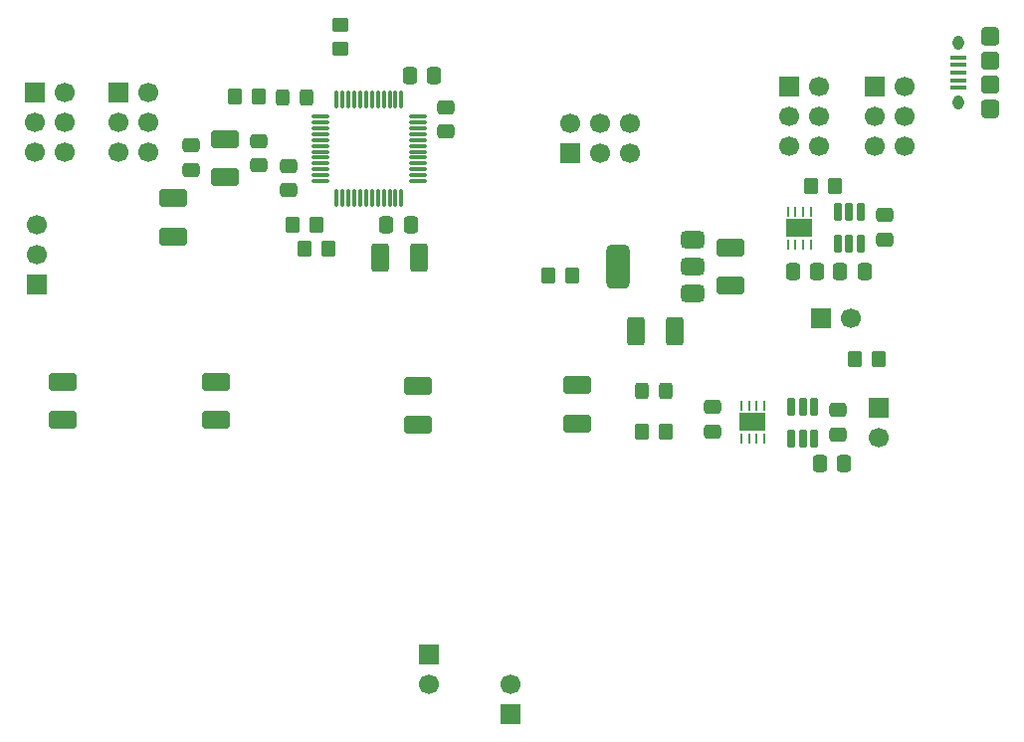
<source format=gbr>
%TF.GenerationSoftware,KiCad,Pcbnew,9.0.5*%
%TF.CreationDate,2025-10-26T18:07:55+01:00*%
%TF.ProjectId,MiniSumoSTM,4d696e69-5375-46d6-9f53-544d2e6b6963,rev?*%
%TF.SameCoordinates,Original*%
%TF.FileFunction,Soldermask,Top*%
%TF.FilePolarity,Negative*%
%FSLAX46Y46*%
G04 Gerber Fmt 4.6, Leading zero omitted, Abs format (unit mm)*
G04 Created by KiCad (PCBNEW 9.0.5) date 2025-10-26 18:07:55*
%MOMM*%
%LPD*%
G01*
G04 APERTURE LIST*
G04 Aperture macros list*
%AMRoundRect*
0 Rectangle with rounded corners*
0 $1 Rounding radius*
0 $2 $3 $4 $5 $6 $7 $8 $9 X,Y pos of 4 corners*
0 Add a 4 corners polygon primitive as box body*
4,1,4,$2,$3,$4,$5,$6,$7,$8,$9,$2,$3,0*
0 Add four circle primitives for the rounded corners*
1,1,$1+$1,$2,$3*
1,1,$1+$1,$4,$5*
1,1,$1+$1,$6,$7*
1,1,$1+$1,$8,$9*
0 Add four rect primitives between the rounded corners*
20,1,$1+$1,$2,$3,$4,$5,0*
20,1,$1+$1,$4,$5,$6,$7,0*
20,1,$1+$1,$6,$7,$8,$9,0*
20,1,$1+$1,$8,$9,$2,$3,0*%
G04 Aperture macros list end*
%ADD10RoundRect,0.062500X-0.062500X0.387500X-0.062500X-0.387500X0.062500X-0.387500X0.062500X0.387500X0*%
%ADD11R,2.250000X1.500000*%
%ADD12RoundRect,0.062500X0.062500X-0.387500X0.062500X0.387500X-0.062500X0.387500X-0.062500X-0.387500X0*%
%ADD13RoundRect,0.250000X0.475000X-0.337500X0.475000X0.337500X-0.475000X0.337500X-0.475000X-0.337500X0*%
%ADD14O,1.550000X0.890000*%
%ADD15RoundRect,0.250000X0.525000X-0.475000X0.525000X0.475000X-0.525000X0.475000X-0.525000X-0.475000X0*%
%ADD16O,0.950000X1.250000*%
%ADD17RoundRect,0.250000X0.525000X-0.500000X0.525000X0.500000X-0.525000X0.500000X-0.525000X-0.500000X0*%
%ADD18RoundRect,0.100000X0.575000X-0.100000X0.575000X0.100000X-0.575000X0.100000X-0.575000X-0.100000X0*%
%ADD19R,1.700000X1.700000*%
%ADD20C,1.700000*%
%ADD21RoundRect,0.250001X-0.507499X-0.944999X0.507499X-0.944999X0.507499X0.944999X-0.507499X0.944999X0*%
%ADD22RoundRect,0.250000X-0.475000X0.337500X-0.475000X-0.337500X0.475000X-0.337500X0.475000X0.337500X0*%
%ADD23RoundRect,0.250000X0.337500X0.475000X-0.337500X0.475000X-0.337500X-0.475000X0.337500X-0.475000X0*%
%ADD24RoundRect,0.250000X-0.337500X-0.475000X0.337500X-0.475000X0.337500X0.475000X-0.337500X0.475000X0*%
%ADD25RoundRect,0.250001X-0.944999X0.507499X-0.944999X-0.507499X0.944999X-0.507499X0.944999X0.507499X0*%
%ADD26RoundRect,0.250001X0.507499X0.944999X-0.507499X0.944999X-0.507499X-0.944999X0.507499X-0.944999X0*%
%ADD27RoundRect,0.250000X0.325000X0.450000X-0.325000X0.450000X-0.325000X-0.450000X0.325000X-0.450000X0*%
%ADD28RoundRect,0.250000X-0.325000X-0.450000X0.325000X-0.450000X0.325000X0.450000X-0.325000X0.450000X0*%
%ADD29RoundRect,0.250000X-0.350000X-0.450000X0.350000X-0.450000X0.350000X0.450000X-0.350000X0.450000X0*%
%ADD30RoundRect,0.250000X0.350000X0.450000X-0.350000X0.450000X-0.350000X-0.450000X0.350000X-0.450000X0*%
%ADD31RoundRect,0.250000X-0.450000X0.350000X-0.450000X-0.350000X0.450000X-0.350000X0.450000X0.350000X0*%
%ADD32RoundRect,0.162500X-0.162500X0.617500X-0.162500X-0.617500X0.162500X-0.617500X0.162500X0.617500X0*%
%ADD33RoundRect,0.375000X0.625000X0.375000X-0.625000X0.375000X-0.625000X-0.375000X0.625000X-0.375000X0*%
%ADD34RoundRect,0.500000X0.500000X1.400000X-0.500000X1.400000X-0.500000X-1.400000X0.500000X-1.400000X0*%
%ADD35RoundRect,0.075000X-0.662500X0.075000X-0.662500X-0.075000X0.662500X-0.075000X0.662500X0.075000X0*%
%ADD36RoundRect,0.075000X-0.075000X0.662500X-0.075000X-0.662500X0.075000X-0.662500X0.075000X0.662500X0*%
G04 APERTURE END LIST*
D10*
%TO.C,Q4*%
X180725000Y-83387500D03*
X180075000Y-83387500D03*
X179425000Y-83387500D03*
X178775000Y-83387500D03*
X178775000Y-86187500D03*
X179425000Y-86187500D03*
X180075000Y-86187500D03*
X180725000Y-86187500D03*
D11*
X179750000Y-84787500D03*
%TD*%
D12*
%TO.C,Q3*%
X174825000Y-102712500D03*
X175475000Y-102712500D03*
X176125000Y-102712500D03*
X176775000Y-102712500D03*
X176775000Y-99912500D03*
X176125000Y-99912500D03*
X175475000Y-99912500D03*
X174825000Y-99912500D03*
D11*
X175800000Y-101312500D03*
%TD*%
D13*
%TO.C,C25*%
X183050000Y-102387500D03*
X183050000Y-100312500D03*
%TD*%
D14*
%TO.C,J2*%
X196025000Y-68075000D03*
D15*
X196025000Y-68550000D03*
D16*
X193325000Y-69075000D03*
D17*
X196025000Y-70575000D03*
X196025000Y-72575000D03*
D16*
X193325000Y-74075000D03*
D15*
X196025000Y-74600000D03*
D14*
X196025000Y-75075000D03*
D18*
X193325000Y-70275000D03*
X193325000Y-70925000D03*
X193325000Y-71575000D03*
X193325000Y-72225000D03*
X193325000Y-72875000D03*
%TD*%
D19*
%TO.C,TF4*%
X121850000Y-73275000D03*
D20*
X124390000Y-73275000D03*
X121850000Y-75815000D03*
X124390000Y-75815000D03*
X121850000Y-78355000D03*
X124390000Y-78355000D03*
%TD*%
D19*
%TO.C,TF1*%
X178925000Y-72785000D03*
D20*
X181465000Y-72785000D03*
X178925000Y-75325000D03*
X181465000Y-75325000D03*
X178925000Y-77865000D03*
X181465000Y-77865000D03*
%TD*%
D19*
%TO.C,TF3*%
X114675000Y-73285000D03*
D20*
X117215000Y-73285000D03*
X114675000Y-75825000D03*
X117215000Y-75825000D03*
X114675000Y-78365000D03*
X117215000Y-78365000D03*
%TD*%
D19*
%TO.C,TF2*%
X186160000Y-72735000D03*
D20*
X188700000Y-72735000D03*
X186160000Y-75275000D03*
X188700000Y-75275000D03*
X186160000Y-77815000D03*
X188700000Y-77815000D03*
%TD*%
D19*
%TO.C,Sw_Pwr1*%
X181625000Y-92525000D03*
D20*
X184165000Y-92525000D03*
%TD*%
D19*
%TO.C,J10*%
X114900000Y-89600000D03*
D20*
X114900000Y-87060000D03*
X114900000Y-84520000D03*
%TD*%
D19*
%TO.C,J4*%
X160300000Y-78465000D03*
D20*
X160300000Y-75925000D03*
X162840000Y-78465000D03*
X162840000Y-75925000D03*
X165380000Y-78465000D03*
X165380000Y-75925000D03*
%TD*%
D19*
%TO.C,Batt_Pin1*%
X186475000Y-100100000D03*
D20*
X186475000Y-102640000D03*
%TD*%
D21*
%TO.C,C2*%
X169127500Y-93600000D03*
X165872500Y-93600000D03*
%TD*%
D22*
%TO.C,C6*%
X149650000Y-76600000D03*
X149650000Y-74525000D03*
%TD*%
D13*
%TO.C,C7*%
X136300000Y-79525000D03*
X136300000Y-81600000D03*
%TD*%
D23*
%TO.C,C8*%
X144612500Y-84562500D03*
X146687500Y-84562500D03*
%TD*%
D24*
%TO.C,C9*%
X148687500Y-71812500D03*
X146612500Y-71812500D03*
%TD*%
D25*
%TO.C,C11*%
X160850000Y-101427500D03*
X160850000Y-98172500D03*
%TD*%
%TO.C,C13*%
X173900000Y-89727500D03*
X173900000Y-86472500D03*
%TD*%
%TO.C,C14*%
X147350000Y-101527500D03*
X147350000Y-98272500D03*
%TD*%
%TO.C,C16*%
X117125000Y-101152500D03*
X117125000Y-97897500D03*
%TD*%
%TO.C,C18*%
X130150000Y-101152500D03*
X130150000Y-97897500D03*
%TD*%
D26*
%TO.C,C20*%
X144122500Y-87362500D03*
X147377500Y-87362500D03*
%TD*%
D24*
%TO.C,C21*%
X181287500Y-88500000D03*
X179212500Y-88500000D03*
%TD*%
D13*
%TO.C,C22*%
X187000000Y-83712500D03*
X187000000Y-85787500D03*
%TD*%
D23*
%TO.C,C23*%
X183212500Y-88500000D03*
X185287500Y-88500000D03*
%TD*%
D24*
%TO.C,C24*%
X183587500Y-104850000D03*
X181512500Y-104850000D03*
%TD*%
D22*
%TO.C,C26*%
X172400000Y-102137500D03*
X172400000Y-100062500D03*
%TD*%
%TO.C,C27*%
X133750000Y-79487500D03*
X133750000Y-77412500D03*
%TD*%
D25*
%TO.C,C28*%
X130900000Y-80502500D03*
X130900000Y-77247500D03*
%TD*%
%TO.C,C29*%
X126500000Y-85527500D03*
X126500000Y-82272500D03*
%TD*%
D27*
%TO.C,D1*%
X166375000Y-98700000D03*
X168425000Y-98700000D03*
%TD*%
D28*
%TO.C,D2*%
X137850000Y-73650000D03*
X135800000Y-73650000D03*
%TD*%
D22*
%TO.C,FB1*%
X128000000Y-79862500D03*
X128000000Y-77787500D03*
%TD*%
D20*
%TO.C,M1*%
X155150000Y-123660000D03*
D19*
X155150000Y-126200000D03*
%TD*%
D20*
%TO.C,M2*%
X148275000Y-123640000D03*
D19*
X148275000Y-121100000D03*
%TD*%
D29*
%TO.C,R9*%
X138650000Y-84500000D03*
X136650000Y-84500000D03*
%TD*%
D30*
%TO.C,R10*%
X180750000Y-81250000D03*
X182750000Y-81250000D03*
%TD*%
D29*
%TO.C,R11*%
X186500000Y-96000000D03*
X184500000Y-96000000D03*
%TD*%
%TO.C,R12*%
X139700000Y-86600000D03*
X137700000Y-86600000D03*
%TD*%
D30*
%TO.C,R13*%
X166400000Y-102100000D03*
X168400000Y-102100000D03*
%TD*%
%TO.C,R14*%
X131725000Y-73625000D03*
X133725000Y-73625000D03*
%TD*%
D31*
%TO.C,R15*%
X140700000Y-69500000D03*
X140700000Y-67500000D03*
%TD*%
D30*
%TO.C,R17*%
X158425000Y-88825000D03*
X160425000Y-88825000D03*
%TD*%
D32*
%TO.C,U7*%
X181000000Y-102700000D03*
X180050000Y-102700000D03*
X179100000Y-102700000D03*
X179100000Y-100000000D03*
X180050000Y-100000000D03*
X181000000Y-100000000D03*
%TD*%
D33*
%TO.C,U11*%
X170650000Y-85800000D03*
D34*
X164350000Y-88100000D03*
D33*
X170650000Y-88100000D03*
X170650000Y-90400000D03*
%TD*%
D32*
%TO.C,U6*%
X184950000Y-86100000D03*
X184000000Y-86100000D03*
X183050000Y-86100000D03*
X183050000Y-83400000D03*
X184000000Y-83400000D03*
X184950000Y-83400000D03*
%TD*%
D35*
%TO.C,U4*%
X147312500Y-75312500D03*
X147312500Y-75812500D03*
X147312500Y-76312500D03*
X147312500Y-76812500D03*
X147312500Y-77312500D03*
X147312500Y-77812500D03*
X147312500Y-78312500D03*
X147312500Y-78812500D03*
X147312500Y-79312500D03*
X147312500Y-79812500D03*
X147312500Y-80312500D03*
X147312500Y-80812500D03*
D36*
X145900000Y-82225000D03*
X145400000Y-82225000D03*
X144900000Y-82225000D03*
X144400000Y-82225000D03*
X143900000Y-82225000D03*
X143400000Y-82225000D03*
X142900000Y-82225000D03*
X142400000Y-82225000D03*
X141900000Y-82225000D03*
X141400000Y-82225000D03*
X140900000Y-82225000D03*
X140400000Y-82225000D03*
D35*
X138987500Y-80812500D03*
X138987500Y-80312500D03*
X138987500Y-79812500D03*
X138987500Y-79312500D03*
X138987500Y-78812500D03*
X138987500Y-78312500D03*
X138987500Y-77812500D03*
X138987500Y-77312500D03*
X138987500Y-76812500D03*
X138987500Y-76312500D03*
X138987500Y-75812500D03*
X138987500Y-75312500D03*
D36*
X140400000Y-73900000D03*
X140900000Y-73900000D03*
X141400000Y-73900000D03*
X141900000Y-73900000D03*
X142400000Y-73900000D03*
X142900000Y-73900000D03*
X143400000Y-73900000D03*
X143900000Y-73900000D03*
X144400000Y-73900000D03*
X144900000Y-73900000D03*
X145400000Y-73900000D03*
X145900000Y-73900000D03*
%TD*%
M02*

</source>
